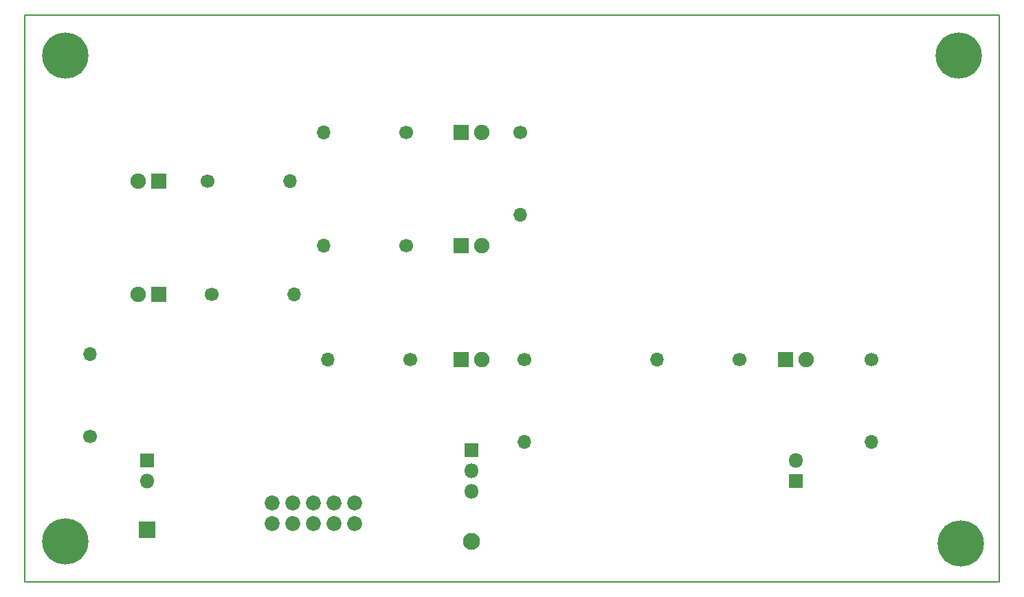
<source format=gbr>
%TF.GenerationSoftware,KiCad,Pcbnew,(5.1.6)-1*%
%TF.CreationDate,2021-09-18T15:37:18+02:00*%
%TF.ProjectId,Frontplate_v1,46726f6e-7470-46c6-9174-655f76312e6b,1*%
%TF.SameCoordinates,PX4e33880PY85099e0*%
%TF.FileFunction,Soldermask,Bot*%
%TF.FilePolarity,Negative*%
%FSLAX46Y46*%
G04 Gerber Fmt 4.6, Leading zero omitted, Abs format (unit mm)*
G04 Created by KiCad (PCBNEW (5.1.6)-1) date 2021-09-18 15:37:18*
%MOMM*%
%LPD*%
G01*
G04 APERTURE LIST*
%TA.AperFunction,Profile*%
%ADD10C,0.150000*%
%TD*%
%ADD11C,1.850000*%
%ADD12O,1.700000X1.700000*%
%ADD13C,1.700000*%
%ADD14O,1.800000X1.800000*%
%ADD15R,1.800000X1.800000*%
%ADD16C,1.900000*%
%ADD17R,1.900000X1.900000*%
%ADD18C,5.700000*%
%ADD19R,2.100000X2.100000*%
%ADD20C,2.100000*%
G04 APERTURE END LIST*
D10*
X88000000Y59500000D02*
X-32000000Y59500000D01*
X88000000Y-10500000D02*
X88000000Y59500000D01*
X88000000Y-10500000D02*
X-32000000Y-10500000D01*
X-32000000Y-10500000D02*
X-32000000Y59500000D01*
D11*
X8580000Y-3270000D03*
X6040000Y-3270000D03*
X3500000Y-3270000D03*
X960000Y-3270000D03*
X-1580000Y-3270000D03*
X-1580000Y-730000D03*
X960000Y-730000D03*
X3500000Y-730000D03*
X6040000Y-730000D03*
X8580000Y-730000D03*
D12*
X72250000Y6840000D03*
D13*
X72250000Y17000000D03*
D12*
X45840000Y17000000D03*
D13*
X56000000Y17000000D03*
D14*
X63000000Y4540000D03*
D15*
X63000000Y2000000D03*
D16*
X64265000Y17000000D03*
D17*
X61725000Y17000000D03*
D18*
X83000000Y54500000D03*
X-27000000Y-5500000D03*
X83250000Y-5750000D03*
X-27000000Y54500000D03*
D14*
X-17000000Y1960000D03*
D15*
X-17000000Y4500000D03*
D19*
X-17000000Y-4000000D03*
D20*
X23000000Y-5500000D03*
D12*
X1160000Y25000000D03*
D13*
X-9000000Y25000000D03*
D12*
X660000Y39000000D03*
D13*
X-9500000Y39000000D03*
D12*
X4840000Y31000000D03*
D13*
X15000000Y31000000D03*
D12*
X5340000Y17000000D03*
D13*
X15500000Y17000000D03*
D12*
X4840000Y45000000D03*
D13*
X15000000Y45000000D03*
D12*
X29500000Y6840000D03*
D13*
X29500000Y17000000D03*
D12*
X29000000Y34840000D03*
D13*
X29000000Y45000000D03*
D12*
X-24000000Y17660000D03*
D13*
X-24000000Y7500000D03*
D14*
X23000000Y670000D03*
X23000000Y3210000D03*
D15*
X23000000Y5750000D03*
D16*
X-18040000Y25000000D03*
D17*
X-15500000Y25000000D03*
D16*
X-18040000Y39000000D03*
D17*
X-15500000Y39000000D03*
D16*
X24265000Y31000000D03*
D17*
X21725000Y31000000D03*
D16*
X24265000Y17000000D03*
D17*
X21725000Y17000000D03*
D16*
X24265000Y45000000D03*
D17*
X21725000Y45000000D03*
M02*

</source>
